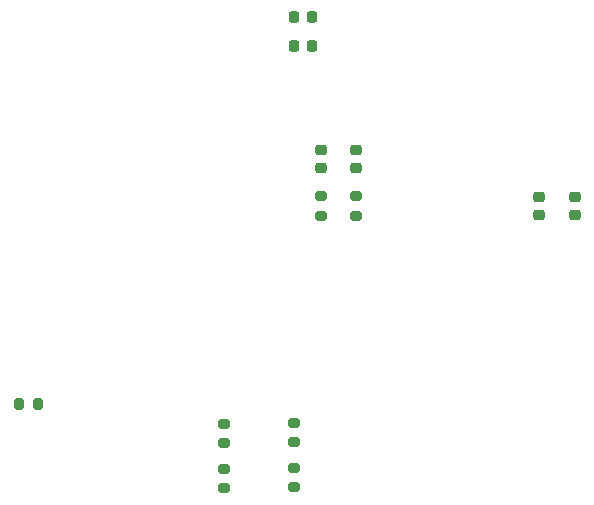
<source format=gbr>
%TF.GenerationSoftware,KiCad,Pcbnew,8.0.5*%
%TF.CreationDate,2024-11-08T11:27:06-05:00*%
%TF.ProjectId,psocpcb,70736f63-7063-4622-9e6b-696361645f70,rev?*%
%TF.SameCoordinates,Original*%
%TF.FileFunction,Paste,Bot*%
%TF.FilePolarity,Positive*%
%FSLAX46Y46*%
G04 Gerber Fmt 4.6, Leading zero omitted, Abs format (unit mm)*
G04 Created by KiCad (PCBNEW 8.0.5) date 2024-11-08 11:27:06*
%MOMM*%
%LPD*%
G01*
G04 APERTURE LIST*
G04 Aperture macros list*
%AMRoundRect*
0 Rectangle with rounded corners*
0 $1 Rounding radius*
0 $2 $3 $4 $5 $6 $7 $8 $9 X,Y pos of 4 corners*
0 Add a 4 corners polygon primitive as box body*
4,1,4,$2,$3,$4,$5,$6,$7,$8,$9,$2,$3,0*
0 Add four circle primitives for the rounded corners*
1,1,$1+$1,$2,$3*
1,1,$1+$1,$4,$5*
1,1,$1+$1,$6,$7*
1,1,$1+$1,$8,$9*
0 Add four rect primitives between the rounded corners*
20,1,$1+$1,$2,$3,$4,$5,0*
20,1,$1+$1,$4,$5,$6,$7,0*
20,1,$1+$1,$6,$7,$8,$9,0*
20,1,$1+$1,$8,$9,$2,$3,0*%
G04 Aperture macros list end*
%ADD10RoundRect,0.225000X0.250000X-0.225000X0.250000X0.225000X-0.250000X0.225000X-0.250000X-0.225000X0*%
%ADD11RoundRect,0.225000X-0.225000X-0.250000X0.225000X-0.250000X0.225000X0.250000X-0.225000X0.250000X0*%
%ADD12RoundRect,0.200000X0.275000X-0.200000X0.275000X0.200000X-0.275000X0.200000X-0.275000X-0.200000X0*%
%ADD13RoundRect,0.225000X-0.250000X0.225000X-0.250000X-0.225000X0.250000X-0.225000X0.250000X0.225000X0*%
%ADD14RoundRect,0.200000X-0.200000X-0.275000X0.200000X-0.275000X0.200000X0.275000X-0.200000X0.275000X0*%
%ADD15RoundRect,0.200000X-0.275000X0.200000X-0.275000X-0.200000X0.275000X-0.200000X0.275000X0.200000X0*%
G04 APERTURE END LIST*
D10*
%TO.C,C3*%
X134000000Y-50775000D03*
X134000000Y-49225000D03*
%TD*%
D11*
%TO.C,C7*%
X128725000Y-40500000D03*
X130275000Y-40500000D03*
%TD*%
D12*
%TO.C,R2*%
X131000000Y-54825000D03*
X131000000Y-53175000D03*
%TD*%
D11*
%TO.C,C8*%
X128725000Y-38000000D03*
X130275000Y-38000000D03*
%TD*%
D13*
%TO.C,C5*%
X149500000Y-53225000D03*
X149500000Y-54775000D03*
%TD*%
D14*
%TO.C,R11*%
X105425000Y-70750000D03*
X107075000Y-70750000D03*
%TD*%
D15*
%TO.C,R10*%
X128750000Y-76175000D03*
X128750000Y-77825000D03*
%TD*%
%TO.C,R8*%
X122750000Y-76250000D03*
X122750000Y-77900000D03*
%TD*%
D10*
%TO.C,C6*%
X131000000Y-50775000D03*
X131000000Y-49225000D03*
%TD*%
D12*
%TO.C,R1*%
X134000000Y-54825000D03*
X134000000Y-53175000D03*
%TD*%
D15*
%TO.C,R4*%
X122750000Y-72450000D03*
X122750000Y-74100000D03*
%TD*%
%TO.C,R6*%
X128750000Y-72350000D03*
X128750000Y-74000000D03*
%TD*%
D13*
%TO.C,C4*%
X152500000Y-53225000D03*
X152500000Y-54775000D03*
%TD*%
M02*

</source>
